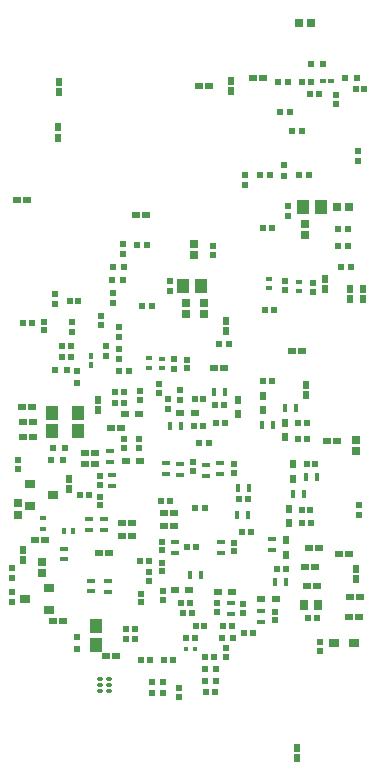
<source format=gbp>
G04*
G04 #@! TF.GenerationSoftware,Altium Limited,Altium Designer,24.9.1 (31)*
G04*
G04 Layer_Color=128*
%FSLAX44Y44*%
%MOMM*%
G71*
G04*
G04 #@! TF.SameCoordinates,C615B3E7-4A0B-44CC-A6BC-150B9DE6E2D7*
G04*
G04*
G04 #@! TF.FilePolarity,Positive*
G04*
G01*
G75*
%ADD22R,0.6500X0.6000*%
%ADD23R,0.4000X0.5000*%
%ADD24R,0.5500X0.6000*%
%ADD25R,0.5121X0.5811*%
%ADD27R,0.6000X0.5500*%
%ADD29R,0.6725X0.7154*%
%ADD40R,0.5393X0.4725*%
%ADD41R,0.4725X0.5393*%
%ADD42R,0.5200X0.5200*%
%ADD44R,0.7200X0.7600*%
%ADD48R,0.5000X0.4000*%
%ADD49R,0.5200X0.5200*%
%ADD53R,0.6750X0.6000*%
%ADD54R,0.4500X0.6750*%
%ADD57R,0.6000X0.6500*%
%ADD59R,0.6000X0.6750*%
%ADD60R,0.5500X0.5500*%
%ADD61R,0.5811X0.5121*%
%ADD62R,0.6750X0.4500*%
%ADD71R,0.5153X0.4725*%
%ADD133R,0.9000X0.8000*%
%ADD134R,0.9500X0.7000*%
G04:AMPARAMS|DCode=135|XSize=0.3mm|YSize=0.49mm|CornerRadius=0.0495mm|HoleSize=0mm|Usage=FLASHONLY|Rotation=270.000|XOffset=0mm|YOffset=0mm|HoleType=Round|Shape=RoundedRectangle|*
%AMROUNDEDRECTD135*
21,1,0.3000,0.3910,0,0,270.0*
21,1,0.2010,0.4900,0,0,270.0*
1,1,0.0990,-0.1955,-0.1005*
1,1,0.0990,-0.1955,0.1005*
1,1,0.0990,0.1955,0.1005*
1,1,0.0990,0.1955,-0.1005*
%
%ADD135ROUNDEDRECTD135*%
G04:AMPARAMS|DCode=136|XSize=0.3mm|YSize=0.52mm|CornerRadius=0.0495mm|HoleSize=0mm|Usage=FLASHONLY|Rotation=270.000|XOffset=0mm|YOffset=0mm|HoleType=Round|Shape=RoundedRectangle|*
%AMROUNDEDRECTD136*
21,1,0.3000,0.4210,0,0,270.0*
21,1,0.2010,0.5200,0,0,270.0*
1,1,0.0990,-0.2105,-0.1005*
1,1,0.0990,-0.2105,0.1005*
1,1,0.0990,0.2105,0.1005*
1,1,0.0990,0.2105,-0.1005*
%
%ADD136ROUNDEDRECTD136*%
%ADD137R,0.7154X0.6725*%
%ADD138R,0.5500X0.5500*%
%ADD139R,0.4500X0.5000*%
%ADD140R,0.5000X0.5000*%
%ADD141R,0.5800X0.5400*%
%ADD142R,0.5500X0.5000*%
%ADD143R,0.6500X0.6500*%
%ADD144R,0.5500X0.4500*%
%ADD145R,0.7000X0.7500*%
%ADD146R,0.4500X0.4500*%
%ADD147R,0.5600X0.5200*%
%ADD148R,0.5000X0.5000*%
%ADD149R,0.4750X0.5000*%
%ADD150R,0.5000X0.4500*%
%ADD151R,0.4725X0.5153*%
%ADD152R,1.0000X1.2500*%
%ADD153R,1.0582X1.3061*%
%ADD154R,0.7581X0.8121*%
D22*
X283250Y304000D02*
D03*
X274750D02*
D03*
X144770Y243230D02*
D03*
X136270D02*
D03*
X112780Y495061D02*
D03*
X121280D02*
D03*
X174500Y604000D02*
D03*
X166000D02*
D03*
X284800Y208286D02*
D03*
X293300D02*
D03*
X136270Y232000D02*
D03*
X144770D02*
D03*
X11750Y508000D02*
D03*
X20250D02*
D03*
X187174Y365997D02*
D03*
X178674D02*
D03*
X96250Y122000D02*
D03*
X87750D02*
D03*
X35500Y220000D02*
D03*
X27000D02*
D03*
X89750Y208834D02*
D03*
X81250D02*
D03*
X51250Y151000D02*
D03*
X42750D02*
D03*
X220250Y611000D02*
D03*
X211750D02*
D03*
X253250Y380000D02*
D03*
X244750D02*
D03*
X293750Y172000D02*
D03*
X302250D02*
D03*
X109250Y234000D02*
D03*
X100750D02*
D03*
X109230Y223206D02*
D03*
X100730D02*
D03*
X69750Y284000D02*
D03*
X78250D02*
D03*
X25250Y307000D02*
D03*
X16750D02*
D03*
X24891Y332987D02*
D03*
X16391D02*
D03*
X25482Y320200D02*
D03*
X16982D02*
D03*
X293300Y154451D02*
D03*
X301800D02*
D03*
X259400Y213400D02*
D03*
X267900D02*
D03*
X264250Y197000D02*
D03*
X255750D02*
D03*
X265930Y181150D02*
D03*
X257430D02*
D03*
X78250Y294000D02*
D03*
X69750D02*
D03*
X91750Y315000D02*
D03*
X100250D02*
D03*
D23*
X59500Y228000D02*
D03*
X51500D02*
D03*
D24*
X102000Y470250D02*
D03*
Y461750D02*
D03*
X93000Y429500D02*
D03*
Y421000D02*
D03*
X87000Y384250D02*
D03*
Y375750D02*
D03*
X59000Y395750D02*
D03*
Y404250D02*
D03*
X205000Y520750D02*
D03*
Y529250D02*
D03*
X301250Y240750D02*
D03*
Y249250D02*
D03*
X140170Y330848D02*
D03*
Y339348D02*
D03*
X150000Y347250D02*
D03*
Y338750D02*
D03*
X8000Y167750D02*
D03*
Y176250D02*
D03*
Y187750D02*
D03*
Y196250D02*
D03*
D25*
X178000Y468655D02*
D03*
Y461345D02*
D03*
X149000Y87345D02*
D03*
Y94655D02*
D03*
X117293Y167138D02*
D03*
Y174448D02*
D03*
X189000Y128542D02*
D03*
Y121231D02*
D03*
X282000Y589345D02*
D03*
Y596655D02*
D03*
X35250Y397566D02*
D03*
Y404877D02*
D03*
X124000Y192655D02*
D03*
Y185345D02*
D03*
X13000Y287655D02*
D03*
Y280345D02*
D03*
X181000Y166655D02*
D03*
Y159345D02*
D03*
X82000Y256797D02*
D03*
Y249487D02*
D03*
X195861Y276987D02*
D03*
Y284297D02*
D03*
X230779Y151977D02*
D03*
Y159288D02*
D03*
X161000Y278322D02*
D03*
Y285633D02*
D03*
X116580Y345732D02*
D03*
Y338422D02*
D03*
X203000Y158345D02*
D03*
Y165655D02*
D03*
X196000Y217655D02*
D03*
Y210345D02*
D03*
X102637Y305514D02*
D03*
Y298203D02*
D03*
X114963Y305423D02*
D03*
Y298112D02*
D03*
X135000Y193345D02*
D03*
Y200655D02*
D03*
Y218558D02*
D03*
Y211247D02*
D03*
X136000Y169345D02*
D03*
Y176655D02*
D03*
X82023Y274045D02*
D03*
Y266734D02*
D03*
D27*
X113750Y470000D02*
D03*
X122250D02*
D03*
X283750Y483000D02*
D03*
X292250D02*
D03*
X107250Y363000D02*
D03*
X98750D02*
D03*
X250750Y529000D02*
D03*
X259250D02*
D03*
X174888Y302379D02*
D03*
X166388D02*
D03*
X292129Y468498D02*
D03*
X283629D02*
D03*
X171250Y247000D02*
D03*
X162750D02*
D03*
X241250Y608000D02*
D03*
X232750D02*
D03*
D29*
X299000Y295214D02*
D03*
Y304786D02*
D03*
X155000Y411214D02*
D03*
Y420786D02*
D03*
X170000Y411214D02*
D03*
Y420786D02*
D03*
X256000Y478214D02*
D03*
Y487786D02*
D03*
D40*
X258334Y154000D02*
D03*
X265666D02*
D03*
D41*
X269000Y133331D02*
D03*
Y126000D02*
D03*
D42*
X229699Y414328D02*
D03*
X221699D02*
D03*
X126000Y418000D02*
D03*
X118000D02*
D03*
X183472Y386333D02*
D03*
X191472D02*
D03*
X228000Y484000D02*
D03*
X220000D02*
D03*
X286500Y450994D02*
D03*
X294500D02*
D03*
D44*
X162000Y461100D02*
D03*
Y470900D02*
D03*
D48*
X134451Y373423D02*
D03*
Y365423D02*
D03*
X123750Y373910D02*
D03*
Y365910D02*
D03*
X250449Y438485D02*
D03*
Y430485D02*
D03*
X225000Y441000D02*
D03*
Y433000D02*
D03*
D49*
X301000Y549000D02*
D03*
Y541000D02*
D03*
X83173Y410000D02*
D03*
Y402000D02*
D03*
X132020Y352396D02*
D03*
Y344396D02*
D03*
X145000Y373000D02*
D03*
Y365000D02*
D03*
X142000Y431000D02*
D03*
Y439000D02*
D03*
X238661Y439367D02*
D03*
Y431367D02*
D03*
X241495Y494377D02*
D03*
Y502377D02*
D03*
D53*
X182000Y176000D02*
D03*
X194000D02*
D03*
X116000Y287000D02*
D03*
X104000D02*
D03*
X115514Y327000D02*
D03*
X103514D02*
D03*
X219000Y170000D02*
D03*
X231000D02*
D03*
X150437Y327822D02*
D03*
X162437D02*
D03*
X158000Y178000D02*
D03*
X146000D02*
D03*
D54*
X240011Y184826D02*
D03*
X230761D02*
D03*
X219167Y317098D02*
D03*
X228417D02*
D03*
X158375Y190000D02*
D03*
X167625D02*
D03*
X179007Y345235D02*
D03*
X188257D02*
D03*
X141393Y316215D02*
D03*
X150643D02*
D03*
X266331Y273000D02*
D03*
X257081D02*
D03*
X199375Y264000D02*
D03*
X208625D02*
D03*
X248340Y331774D02*
D03*
X239090D02*
D03*
X254625Y259000D02*
D03*
X245375D02*
D03*
X198504Y240770D02*
D03*
X207754D02*
D03*
D57*
X47134Y560750D02*
D03*
Y569250D02*
D03*
X48000Y599584D02*
D03*
Y608083D02*
D03*
X294201Y432501D02*
D03*
Y424001D02*
D03*
X272750Y432728D02*
D03*
Y441228D02*
D03*
X56000Y271250D02*
D03*
Y262750D02*
D03*
X17332Y211750D02*
D03*
Y203250D02*
D03*
X188882Y397246D02*
D03*
Y405746D02*
D03*
X193000Y608250D02*
D03*
Y599750D02*
D03*
X305231Y432436D02*
D03*
Y423937D02*
D03*
X257000Y342750D02*
D03*
Y351250D02*
D03*
X299000Y195250D02*
D03*
Y186750D02*
D03*
X249000Y44250D02*
D03*
Y35750D02*
D03*
X81000Y329750D02*
D03*
Y338250D02*
D03*
D59*
X240000Y219625D02*
D03*
Y207625D02*
D03*
X199065Y326769D02*
D03*
Y338769D02*
D03*
X239188Y306875D02*
D03*
Y318876D02*
D03*
X242000Y246042D02*
D03*
Y234042D02*
D03*
X220737Y330035D02*
D03*
Y342035D02*
D03*
X246000Y284000D02*
D03*
Y272000D02*
D03*
D60*
X98695Y372878D02*
D03*
Y381878D02*
D03*
X98164Y400589D02*
D03*
Y391590D02*
D03*
X238000Y537500D02*
D03*
Y528500D02*
D03*
X44000Y419500D02*
D03*
Y428500D02*
D03*
X136000Y99500D02*
D03*
Y90500D02*
D03*
X126000Y99500D02*
D03*
Y90500D02*
D03*
D61*
X56704Y422231D02*
D03*
X64015D02*
D03*
X134345Y253000D02*
D03*
X141655D02*
D03*
X152922Y158000D02*
D03*
X160233D02*
D03*
X155366Y136989D02*
D03*
X162677D02*
D03*
X111757Y145000D02*
D03*
X104447D02*
D03*
X170655Y147000D02*
D03*
X163345D02*
D03*
X50469Y374905D02*
D03*
X57780D02*
D03*
X306155Y602000D02*
D03*
X298845D02*
D03*
X17345Y404000D02*
D03*
X24655D02*
D03*
X250294Y305316D02*
D03*
X257605D02*
D03*
X188008Y319286D02*
D03*
X180697D02*
D03*
X239500Y195613D02*
D03*
X232189D02*
D03*
X210109Y226580D02*
D03*
X202798D02*
D03*
X186948Y334380D02*
D03*
X179637D02*
D03*
X102655Y336000D02*
D03*
X95345D02*
D03*
X156115Y214370D02*
D03*
X163425D02*
D03*
X253345Y607780D02*
D03*
X260655D02*
D03*
X169149Y316483D02*
D03*
X161838D02*
D03*
X169655Y339000D02*
D03*
X162345D02*
D03*
X150970Y167000D02*
D03*
X158280D02*
D03*
X257496Y319129D02*
D03*
X250185D02*
D03*
X260617Y234023D02*
D03*
X253307D02*
D03*
X260397Y245692D02*
D03*
X253086D02*
D03*
X264611Y284558D02*
D03*
X257300D02*
D03*
X199983Y254352D02*
D03*
X207293D02*
D03*
X95345Y345000D02*
D03*
X102655D02*
D03*
X228041Y354766D02*
D03*
X220730D02*
D03*
D62*
X172000Y283625D02*
D03*
Y274375D02*
D03*
X52250Y212752D02*
D03*
Y203502D02*
D03*
X228000Y220625D02*
D03*
Y211375D02*
D03*
X183910Y284765D02*
D03*
Y275515D02*
D03*
X92736Y265691D02*
D03*
Y274941D02*
D03*
X86000Y238000D02*
D03*
Y228750D02*
D03*
X91000Y295625D02*
D03*
Y286375D02*
D03*
X150332Y274977D02*
D03*
Y284227D02*
D03*
X185000Y218625D02*
D03*
Y209375D02*
D03*
X193000Y157625D02*
D03*
Y166875D02*
D03*
X218906Y150398D02*
D03*
Y159648D02*
D03*
X138535Y275941D02*
D03*
Y285191D02*
D03*
X146000Y218544D02*
D03*
Y209294D02*
D03*
X75000Y185625D02*
D03*
Y176375D02*
D03*
X72750Y228219D02*
D03*
Y237469D02*
D03*
X89000Y185125D02*
D03*
Y175875D02*
D03*
D71*
X111786Y136000D02*
D03*
X104214D02*
D03*
X50214Y384000D02*
D03*
X57786D02*
D03*
X259775Y598000D02*
D03*
X267346D02*
D03*
D133*
X39000Y179500D02*
D03*
Y160500D02*
D03*
X19000Y170000D02*
D03*
X42810Y258000D02*
D03*
X22810Y267500D02*
D03*
Y248500D02*
D03*
D134*
X280750Y133000D02*
D03*
X297250D02*
D03*
D135*
X82301Y102500D02*
D03*
X90000Y97500D02*
D03*
X82301Y92500D02*
D03*
X90000D02*
D03*
X82301Y97500D02*
D03*
D136*
X89850Y102500D02*
D03*
D137*
X260786Y658000D02*
D03*
X251214D02*
D03*
X292786Y502000D02*
D03*
X283214D02*
D03*
D138*
X102500Y451000D02*
D03*
X93500D02*
D03*
X101755Y439750D02*
D03*
X92755D02*
D03*
X217500Y529000D02*
D03*
X226500D02*
D03*
X243356Y582215D02*
D03*
X234356D02*
D03*
X253500Y566000D02*
D03*
X244500D02*
D03*
X185500Y137000D02*
D03*
X194500D02*
D03*
X171500Y111000D02*
D03*
X180500D02*
D03*
X171500Y101000D02*
D03*
X180500D02*
D03*
D139*
X75000Y368250D02*
D03*
Y375750D02*
D03*
D140*
X62500Y138000D02*
D03*
Y128000D02*
D03*
X63000Y353000D02*
D03*
Y363000D02*
D03*
D141*
X211900Y141000D02*
D03*
X204100D02*
D03*
D142*
X186250Y147000D02*
D03*
X193750D02*
D03*
X123750Y202000D02*
D03*
X116250D02*
D03*
X65250Y258142D02*
D03*
X72750D02*
D03*
D143*
X12621Y251000D02*
D03*
Y241000D02*
D03*
D144*
X34000Y238500D02*
D03*
Y229500D02*
D03*
D145*
X33080Y201238D02*
D03*
Y191738D02*
D03*
D146*
X154954Y127642D02*
D03*
X162954D02*
D03*
D147*
X171100Y121000D02*
D03*
X178900D02*
D03*
X172100Y91000D02*
D03*
X179900D02*
D03*
X124874Y117973D02*
D03*
X117074D02*
D03*
X136100Y118000D02*
D03*
X143900D02*
D03*
D148*
X261000Y623000D02*
D03*
X271000D02*
D03*
X52291Y298000D02*
D03*
X42291D02*
D03*
X51000Y288000D02*
D03*
X41000D02*
D03*
D149*
X289875Y611000D02*
D03*
X300125D02*
D03*
X54125Y364000D02*
D03*
X43875D02*
D03*
D150*
X278250Y608683D02*
D03*
X270750D02*
D03*
D151*
X156000Y372786D02*
D03*
Y365214D02*
D03*
X262265Y437208D02*
D03*
Y429637D02*
D03*
D152*
X152824Y435000D02*
D03*
X167824D02*
D03*
X254500Y501611D02*
D03*
X269500D02*
D03*
D153*
X64000Y327761D02*
D03*
Y312239D02*
D03*
X42000Y327761D02*
D03*
Y312239D02*
D03*
X79000Y146761D02*
D03*
Y131239D02*
D03*
D154*
X267301Y165000D02*
D03*
X254761D02*
D03*
M02*

</source>
